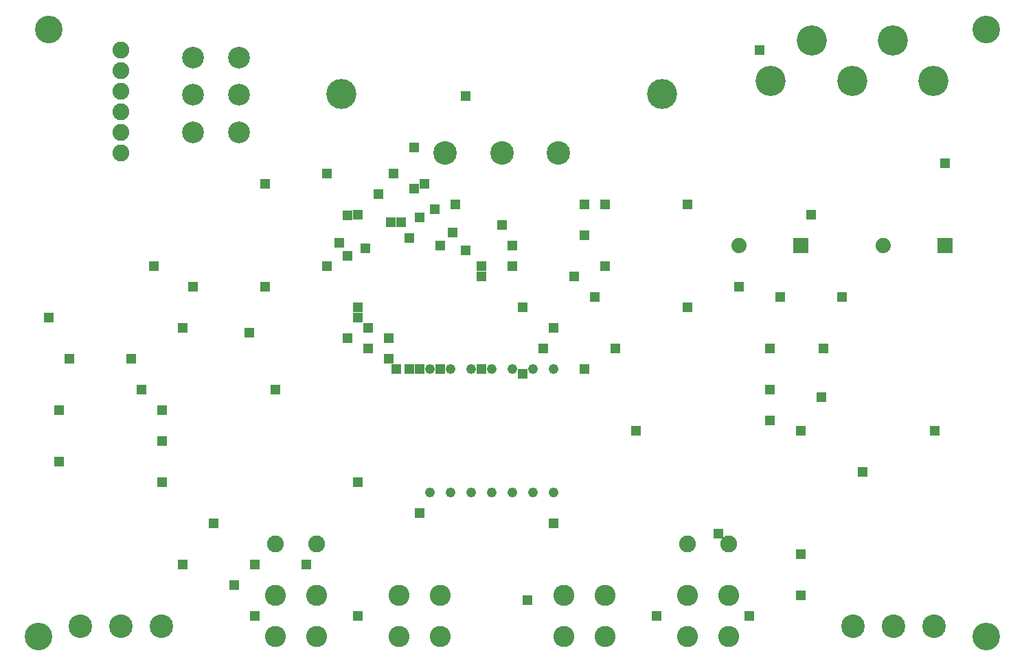
<source format=gbs>
G75*
%MOIN*%
%OFA0B0*%
%FSLAX25Y25*%
%IPPOS*%
%LPD*%
%AMOC8*
5,1,8,0,0,1.08239X$1,22.5*
%
%ADD10C,0.13398*%
%ADD11C,0.11430*%
%ADD12C,0.14580*%
%ADD13C,0.10249*%
%ADD14C,0.08200*%
%ADD15C,0.04769*%
%ADD16C,0.07400*%
%ADD17R,0.07300X0.07300*%
%ADD18C,0.10574*%
%ADD19C,0.14643*%
%ADD20R,0.04762X0.04762*%
D10*
X0011000Y0063927D03*
X0016000Y0358927D03*
X0471000Y0358927D03*
X0471000Y0063927D03*
D11*
X0445685Y0068927D03*
X0426000Y0068927D03*
X0406315Y0068927D03*
X0263559Y0298927D03*
X0236000Y0298927D03*
X0208441Y0298927D03*
X0070685Y0068927D03*
X0051000Y0068927D03*
X0031315Y0068927D03*
D12*
X0158244Y0327667D03*
X0313756Y0327667D03*
D13*
X0326000Y0083927D03*
X0346000Y0083927D03*
X0346000Y0063927D03*
X0326000Y0063927D03*
X0286000Y0063927D03*
X0266000Y0063927D03*
X0266000Y0083927D03*
X0286000Y0083927D03*
X0206000Y0083927D03*
X0186000Y0083927D03*
X0186000Y0063927D03*
X0206000Y0063927D03*
X0146000Y0063927D03*
X0126000Y0063927D03*
X0126000Y0083927D03*
X0146000Y0083927D03*
D14*
X0146000Y0108927D03*
X0126000Y0108927D03*
X0326000Y0108927D03*
X0346000Y0108927D03*
X0051000Y0298927D03*
X0051000Y0308927D03*
X0051000Y0318927D03*
X0051000Y0328927D03*
X0051000Y0338927D03*
X0051000Y0348927D03*
D15*
X0201000Y0193927D03*
X0211000Y0193927D03*
X0221000Y0193927D03*
X0231000Y0193927D03*
X0241000Y0193927D03*
X0251000Y0193927D03*
X0261000Y0193927D03*
X0261000Y0133927D03*
X0251000Y0133927D03*
X0241000Y0133927D03*
X0231000Y0133927D03*
X0221000Y0133927D03*
X0211000Y0133927D03*
X0201000Y0133927D03*
D16*
X0351000Y0253927D03*
X0421000Y0253927D03*
D17*
X0451000Y0253927D03*
X0381000Y0253927D03*
D18*
X0108441Y0308927D03*
X0108441Y0327037D03*
X0108441Y0345148D03*
X0086000Y0345148D03*
X0086000Y0327037D03*
X0086000Y0308927D03*
D19*
X0366630Y0333927D03*
X0386315Y0353612D03*
X0406000Y0333927D03*
X0425685Y0353612D03*
X0445370Y0333927D03*
D20*
X0451000Y0293927D03*
X0386000Y0268927D03*
X0351000Y0233927D03*
X0371000Y0228927D03*
X0366000Y0203927D03*
X0366000Y0183927D03*
X0366000Y0168927D03*
X0381000Y0163927D03*
X0391000Y0180177D03*
X0392250Y0203927D03*
X0401000Y0228927D03*
X0326000Y0223927D03*
X0291000Y0203927D03*
X0276000Y0193927D03*
X0256000Y0203927D03*
X0261000Y0213927D03*
X0246000Y0223927D03*
X0226000Y0238927D03*
X0226000Y0243927D03*
X0218500Y0251427D03*
X0212250Y0260177D03*
X0206000Y0253927D03*
X0191000Y0257677D03*
X0187250Y0265177D03*
X0182250Y0265177D03*
X0196000Y0267677D03*
X0203500Y0271427D03*
X0213500Y0273927D03*
X0198500Y0283927D03*
X0193500Y0281427D03*
X0183500Y0288927D03*
X0176000Y0278927D03*
X0166000Y0268927D03*
X0161000Y0268415D03*
X0157250Y0255177D03*
X0161000Y0248927D03*
X0169750Y0252677D03*
X0151000Y0243927D03*
X0166000Y0223927D03*
X0166000Y0218927D03*
X0171000Y0213927D03*
X0161000Y0208927D03*
X0171000Y0203927D03*
X0181000Y0198927D03*
X0184750Y0193927D03*
X0191000Y0193927D03*
X0196000Y0193927D03*
X0206000Y0193927D03*
X0226000Y0193927D03*
X0246000Y0191427D03*
X0281000Y0228927D03*
X0271000Y0238927D03*
X0286000Y0243927D03*
X0276000Y0258927D03*
X0276000Y0273927D03*
X0286000Y0273927D03*
X0326000Y0273927D03*
X0241000Y0253927D03*
X0241000Y0243927D03*
X0236000Y0263927D03*
X0193500Y0301427D03*
X0218500Y0326427D03*
X0151000Y0288927D03*
X0121000Y0283927D03*
X0121000Y0233927D03*
X0113500Y0211427D03*
X0086000Y0233927D03*
X0067250Y0243927D03*
X0081000Y0213927D03*
X0056000Y0198927D03*
X0061000Y0183927D03*
X0071000Y0173927D03*
X0071000Y0158927D03*
X0071000Y0138927D03*
X0096000Y0118927D03*
X0081000Y0098927D03*
X0106000Y0088927D03*
X0116000Y0098927D03*
X0141000Y0098927D03*
X0116000Y0073927D03*
X0166000Y0073927D03*
X0196000Y0123927D03*
X0166000Y0138927D03*
X0126000Y0183927D03*
X0181000Y0208927D03*
X0261000Y0118927D03*
X0248500Y0081427D03*
X0311000Y0073927D03*
X0341000Y0113927D03*
X0381000Y0103927D03*
X0381000Y0083927D03*
X0356000Y0073927D03*
X0411000Y0143927D03*
X0446000Y0163927D03*
X0301000Y0163927D03*
X0361000Y0348927D03*
X0026000Y0198927D03*
X0016000Y0218927D03*
X0021000Y0173927D03*
X0021000Y0148927D03*
M02*

</source>
